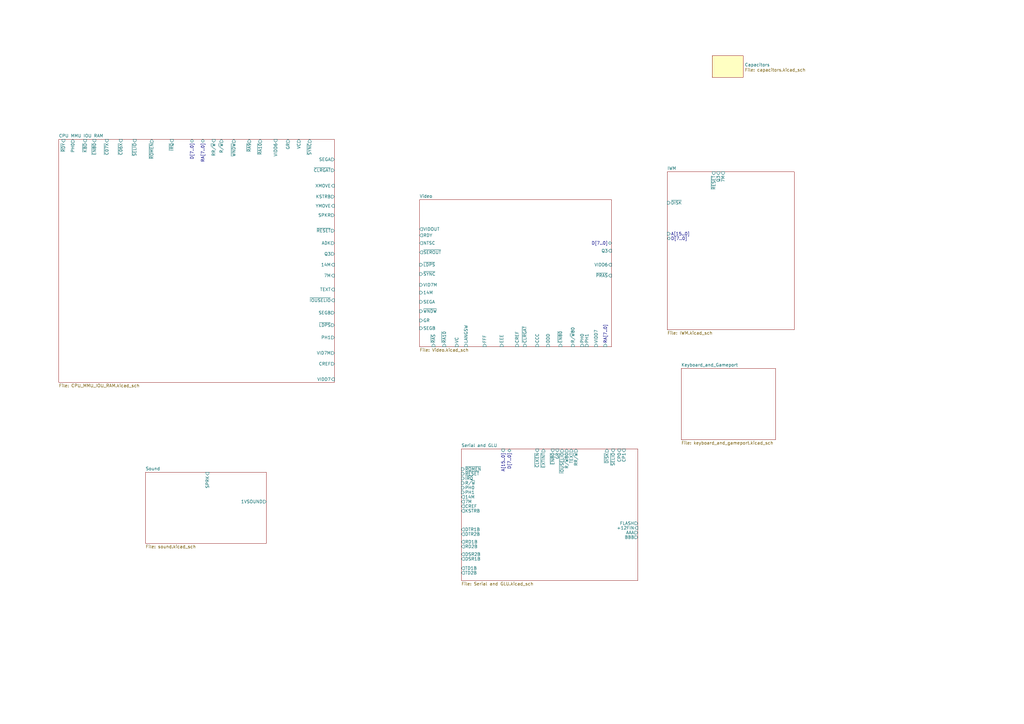
<source format=kicad_sch>
(kicad_sch (version 20230121) (generator eeschema)
  (paper "A3")
  (title_block (title "Apple IIc") (rev "1") (company "bald.ee/bitpreserve") (comment 1 "Apple IIc"))
  (lib_symbols)
  (sheet (at 273.685 70.485) (size 52.07 64.77) (stroke (width 0.1524)) (fill (color 255 255 255 1.0000))
    (property "Sheetname" "IWM" (at 273.685 69.7734 0) (effects (justify left bottom)))
    (property "Sheetfile" "IWM.kicad_sch" (at 273.685 135.8396 0) (effects (justify left top)))
    (pin "~{DISK}" input (at 273.685 83.185 180))
    (pin "D[7..0]" bidirectional (at 273.685 97.79 180))
    (pin "A[15..0]" input (at 273.685 95.885 180))
    (pin "7M" input (at 296.545 70.485 90))
    (pin "Q3" input (at 294.64 70.485 90))
    (pin "~{RESET}" input (at 292.735 70.485 90))
  )
  (sheet (at 172.085 81.915) (size 78.74 60.325) (stroke (width 0.1524)) (fill (color 255 255 255 1.0000))
    (property "Sheetname" "Video" (at 172.085 81.2034 0) (effects (justify left bottom)))
    (property "Sheetfile" "Video.kicad_sch" (at 172.085 142.8246 0) (effects (justify left top)))
    (pin "VIDOUT" output (at 172.085 93.98 180))
    (pin "RDY" output (at 172.085 96.52 180))
    (pin "NTSC" output (at 172.085 99.695 180))
    (pin "~{SEROUT}" output (at 172.085 103.505 180))
    (pin "~{LDPS}" input (at 172.085 108.585 180))
    (pin "~{SYNC}" input (at 172.085 112.395 180))
    (pin "VID7M" input (at 172.085 116.84 180))
    (pin "14M" input (at 172.085 120.015 180))
    (pin "SEGA" input (at 172.085 123.825 180))
    (pin "~{WNDW}" input (at 172.085 127.635 180))
    (pin "GR" input (at 172.085 131.445 180))
    (pin "SEGB" input (at 172.085 134.62 180))
    (pin "~{RAS}" input (at 177.8 142.24 270))
    (pin "~{RA10}" input (at 182.245 142.24 270))
    (pin "VC" input (at 187.325 142.24 270))
    (pin "LANGSW" input (at 191.135 142.24 270))
    (pin "FFF" input (at 198.755 142.24 270))
    (pin "EEE" input (at 205.74 142.24 270))
    (pin "CREF" input (at 212.09 142.24 270))
    (pin "~{CLRGAT}" input (at 215.265 142.24 270))
    (pin "CCC" input (at 220.345 142.24 270))
    (pin "DDD" input (at 224.79 142.24 270))
    (pin "~{EN80}" input (at 229.87 142.24 270))
    (pin "R{slash}~{W}80" input (at 234.95 142.24 270))
    (pin "PH0" input (at 238.76 142.24 270))
    (pin "PH1" input (at 240.665 142.24 270))
    (pin "VIDD7" input (at 244.475 142.24 270))
    (pin "RA[7..0]" input (at 248.285 142.24 270))
    (pin "~{PRAS}" input (at 250.825 113.03 0))
    (pin "VIDD6" input (at 250.825 108.585 0))
    (pin "Q3" input (at 250.825 102.87 0))
    (pin "D[7..0]" bidirectional (at 250.825 99.695 0))
  )
  (sheet (at 59.69 193.675) (size 49.53 29.21) (stroke (width 0.1524)) (fill (color 255 255 255 1.0000))
    (property "Sheetname" "Sound" (at 59.69 192.9634 0) (effects (justify left bottom)))
    (property "Sheetfile" "sound.kicad_sch" (at 59.69 223.4696 0) (effects (justify left top)))
    (pin "1VSOUND" output (at 109.22 205.74 0))
    (pin "SPRK" input (at 85.09 193.675 90))
  )
  (sheet (at 24.13 57.15) (size 113.03 99.695) (stroke (width 0.1524)) (fill (color 255 255 255 1.0000))
    (property "Sheetname" "CPU MMU IOU RAM" (at 24.13 56.4384 0) (effects (justify left bottom)))
    (property "Sheetfile" "CPU_MMU_IOU_RAM.kicad_sch" (at 24.13 157.4296 0) (effects (justify left top)))
    (pin "~{RDY}" input (at 26.035 57.15 90))
    (pin "PH0" output (at 29.845 57.15 90))
    (pin "~{KBD}" input (at 34.925 57.15 90))
    (pin "~{EN80}" input (at 38.735 57.15 90))
    (pin "~{C07X}" input (at 43.815 57.15 90))
    (pin "~{C06X}" input (at 49.53 57.15 90))
    (pin "~{SELIO}" input (at 55.245 57.15 90))
    (pin "~{ROMEN}" output (at 62.23 57.15 90))
    (pin "~{IRQ}" input (at 70.485 57.15 90))
    (pin "D[7..0]" bidirectional (at 78.74 57.15 90))
    (pin "RA[7..0]" bidirectional (at 83.185 57.15 90))
    (pin "RR{slash}~{W}" input (at 87.63 57.15 90))
    (pin "R{slash}~{W}" output (at 90.805 57.15 90))
    (pin "~{WNDW}" output (at 95.885 57.15 90))
    (pin "~{RA9}" output (at 102.235 57.15 90))
    (pin "~{RA10}" output (at 106.68 57.15 90))
    (pin "VIDD6" input (at 113.03 57.15 90))
    (pin "GR" output (at 118.11 57.15 90))
    (pin "VC" output (at 122.555 57.15 90))
    (pin "~{SYNC}" output (at 127 57.15 90))
    (pin "SEGA" output (at 137.16 65.405 0))
    (pin "~{CLRGAT}" output (at 137.16 69.85 0))
    (pin "XMOVE" input (at 137.16 76.2 0))
    (pin "KSTRB" output (at 137.16 80.645 0))
    (pin "YMOVE" input (at 137.16 84.455 0))
    (pin "SPKR" output (at 137.16 88.265 0))
    (pin "~{RESET}" output (at 137.16 94.615 0))
    (pin "ADK" output (at 137.16 99.695 0))
    (pin "Q3" output (at 137.16 104.14 0))
    (pin "14M" input (at 137.16 108.585 0))
    (pin "7M" input (at 137.16 113.03 0))
    (pin "TEXT" input (at 137.16 118.745 0))
    (pin "~{IOUSELIO}" input (at 137.16 123.19 0))
    (pin "SEGB" output (at 137.16 128.27 0))
    (pin "~{LDPS}" output (at 137.16 133.35 0))
    (pin "PH1" output (at 137.16 138.43 0))
    (pin "VID7M" output (at 137.16 144.78 0))
    (pin "CREF" output (at 137.16 149.225 0))
    (pin "VIDD7" input (at 137.16 155.575 0))
  )
  (sheet (at 292.1 22.86) (size 12.7 8.89) (stroke (width 0.1524)) (fill (color 255 255 194 1.0000))
    (property "Sheetname" "Capacitors" (at 305.435 27.305 0) (effects (justify left bottom)))
    (property "Sheetfile" "capacitors.kicad_sch" (at 305.435 27.94 0) (effects (justify left top)))
  )
  (sheet (at 189.23 184.15) (size 72.39 53.975) (stroke (width 0.1524)) (fill (color 255 255 255 1.0000))
    (property "Sheetname" "Serial and GLU" (at 189.23 183.4384 0) (effects (justify left bottom)))
    (property "Sheetfile" "Serial and GLU.kicad_sch" (at 189.23 238.7096 0) (effects (justify left top)))
    (pin "D[7..0]" bidirectional (at 208.915 184.15 90))
    (pin "A[15..0]" input (at 206.375 184.15 90))
    (pin "~{EN80}" input (at 226.695 184.15 90))
    (pin "CP0" input (at 254 184.15 90))
    (pin "~{ROMEN}" input (at 189.23 192.405 180))
    (pin "~{SELIO}" input (at 251.46 184.15 90))
    (pin "GR" input (at 228.6 184.15 90))
    (pin "CP1" input (at 255.905 184.15 90))
    (pin "~{RESET}" input (at 189.23 194.31 180))
    (pin "PH0" input (at 189.23 200.025 180))
    (pin "~{IRQ}" input (at 189.23 196.215 180))
    (pin "R{slash}~{W}" input (at 189.23 198.12 180))
    (pin "+12FIN" input (at 261.62 216.535 0))
    (pin "PH1" input (at 189.23 201.93 180))
    (pin "~{EXTINT}" output (at 222.885 184.15 90))
    (pin "14M" output (at 189.23 203.835 180))
    (pin "~{CLKEN}" input (at 220.345 184.15 90))
    (pin "~{IOUSELIO}" output (at 230.505 184.15 90))
    (pin "R{slash}~{W}80" output (at 232.41 184.15 90))
    (pin "DTR2B" output (at 189.23 219.075 180))
    (pin "TEXT" output (at 234.315 184.15 90))
    (pin "TD1B" output (at 189.23 233.045 180))
    (pin "AAA" output (at 261.62 218.44 0))
    (pin "FLASH" output (at 261.62 214.63 0))
    (pin "RR{slash}~{W}" output (at 236.22 184.15 90))
    (pin "~{DISK}" output (at 248.92 184.15 90))
    (pin "7M" output (at 189.23 205.74 180))
    (pin "CREF" output (at 189.23 207.645 180))
    (pin "RD2B" output (at 189.23 224.155 180))
    (pin "DSR2B" output (at 189.23 227.33 180))
    (pin "DSR1B" output (at 189.23 229.235 180))
    (pin "RD1B" output (at 189.23 222.25 180))
    (pin "DTR1B" output (at 189.23 217.17 180))
    (pin "BBB" output (at 261.62 220.345 0))
    (pin "KSTRB" output (at 189.23 209.55 180))
    (pin "TD2B" output (at 189.23 234.95 180))
  )
  (sheet (at 279.4 151.13) (size 38.735 29.21) (stroke (width 0.1524)) (fill (color 255 255 255 1.0000))
    (property "Sheetname" "Keyboard_and_Gameport" (at 279.4 150.4184 0) (effects (justify left bottom)))
    (property "Sheetfile" "keyboard_and_gameport.kicad_sch" (at 279.4 180.9246 0) (effects (justify left top)))
  )
)
</source>
